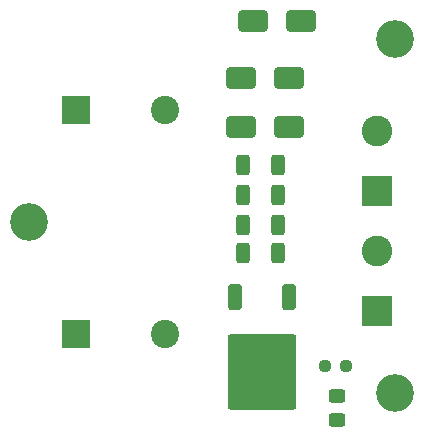
<source format=gbr>
%TF.GenerationSoftware,KiCad,Pcbnew,7.0.7*%
%TF.CreationDate,2023-09-12T13:53:03+02:00*%
%TF.ProjectId,CDU,4344552e-6b69-4636-9164-5f7063625858,rev?*%
%TF.SameCoordinates,Original*%
%TF.FileFunction,Soldermask,Top*%
%TF.FilePolarity,Negative*%
%FSLAX46Y46*%
G04 Gerber Fmt 4.6, Leading zero omitted, Abs format (unit mm)*
G04 Created by KiCad (PCBNEW 7.0.7) date 2023-09-12 13:53:03*
%MOMM*%
%LPD*%
G01*
G04 APERTURE LIST*
G04 Aperture macros list*
%AMRoundRect*
0 Rectangle with rounded corners*
0 $1 Rounding radius*
0 $2 $3 $4 $5 $6 $7 $8 $9 X,Y pos of 4 corners*
0 Add a 4 corners polygon primitive as box body*
4,1,4,$2,$3,$4,$5,$6,$7,$8,$9,$2,$3,0*
0 Add four circle primitives for the rounded corners*
1,1,$1+$1,$2,$3*
1,1,$1+$1,$4,$5*
1,1,$1+$1,$6,$7*
1,1,$1+$1,$8,$9*
0 Add four rect primitives between the rounded corners*
20,1,$1+$1,$2,$3,$4,$5,0*
20,1,$1+$1,$4,$5,$6,$7,0*
20,1,$1+$1,$6,$7,$8,$9,0*
20,1,$1+$1,$8,$9,$2,$3,0*%
G04 Aperture macros list end*
%ADD10R,2.400000X2.400000*%
%ADD11C,2.400000*%
%ADD12C,3.200000*%
%ADD13RoundRect,0.250000X-1.000000X-0.650000X1.000000X-0.650000X1.000000X0.650000X-1.000000X0.650000X0*%
%ADD14RoundRect,0.250000X-0.450000X0.325000X-0.450000X-0.325000X0.450000X-0.325000X0.450000X0.325000X0*%
%ADD15RoundRect,0.250000X1.000000X0.650000X-1.000000X0.650000X-1.000000X-0.650000X1.000000X-0.650000X0*%
%ADD16RoundRect,0.250000X-0.312500X-0.625000X0.312500X-0.625000X0.312500X0.625000X-0.312500X0.625000X0*%
%ADD17R,2.600000X2.600000*%
%ADD18C,2.600000*%
%ADD19RoundRect,0.250000X-0.350000X0.850000X-0.350000X-0.850000X0.350000X-0.850000X0.350000X0.850000X0*%
%ADD20RoundRect,0.249997X-2.650003X2.950003X-2.650003X-2.950003X2.650003X-2.950003X2.650003X2.950003X0*%
%ADD21RoundRect,0.237500X0.250000X0.237500X-0.250000X0.237500X-0.250000X-0.237500X0.250000X-0.237500X0*%
G04 APERTURE END LIST*
D10*
%TO.C,C1002*%
X85487246Y-80500000D03*
D11*
X92987246Y-80500000D03*
%TD*%
D10*
%TO.C,C1001*%
X85487246Y-61500000D03*
D11*
X92987246Y-61500000D03*
%TD*%
D12*
%TO.C,REF\u002A\u002A*%
X81500000Y-71000000D03*
%TD*%
D13*
%TO.C,D1001*%
X100500000Y-54000000D03*
X104500000Y-54000000D03*
%TD*%
D14*
%TO.C,D1002*%
X107569000Y-85716000D03*
X107569000Y-87766000D03*
%TD*%
D15*
%TO.C,D1004*%
X103473000Y-62992000D03*
X99473000Y-62992000D03*
%TD*%
D12*
%TO.C,REF\u002A\u002A*%
X112500000Y-55500000D03*
%TD*%
D16*
%TO.C,R1001*%
X99629500Y-66167000D03*
X102554500Y-66167000D03*
%TD*%
%TO.C,R1004*%
X99629500Y-73660000D03*
X102554500Y-73660000D03*
%TD*%
D17*
%TO.C,J1002*%
X111000000Y-78580000D03*
D18*
X111000000Y-73500000D03*
%TD*%
D16*
%TO.C,R1003*%
X99629500Y-71247000D03*
X102554500Y-71247000D03*
%TD*%
%TO.C,R1002*%
X99629500Y-68707000D03*
X102554500Y-68707000D03*
%TD*%
D12*
%TO.C,REF\u002A\u002A*%
X112500000Y-85500000D03*
%TD*%
D17*
%TO.C,J1001*%
X111000000Y-68420000D03*
D18*
X111000000Y-63340000D03*
%TD*%
D19*
%TO.C,Q1001*%
X103499000Y-77383000D03*
D20*
X101219000Y-83683000D03*
D19*
X98939000Y-77383000D03*
%TD*%
D21*
%TO.C,R1005*%
X108354500Y-83185000D03*
X106529500Y-83185000D03*
%TD*%
D15*
%TO.C,D1003*%
X103473000Y-58801000D03*
X99473000Y-58801000D03*
%TD*%
M02*

</source>
